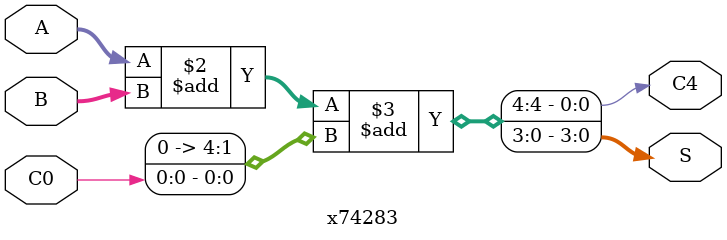
<source format=v>

module x74283(
  input [3:0] A,
  input [3:0] B,
  input C0,
  output reg [3:0] S,
  output reg C4
);

always @*
  { C4, S } = A + B + { 3'd0, C0 };

endmodule
</source>
